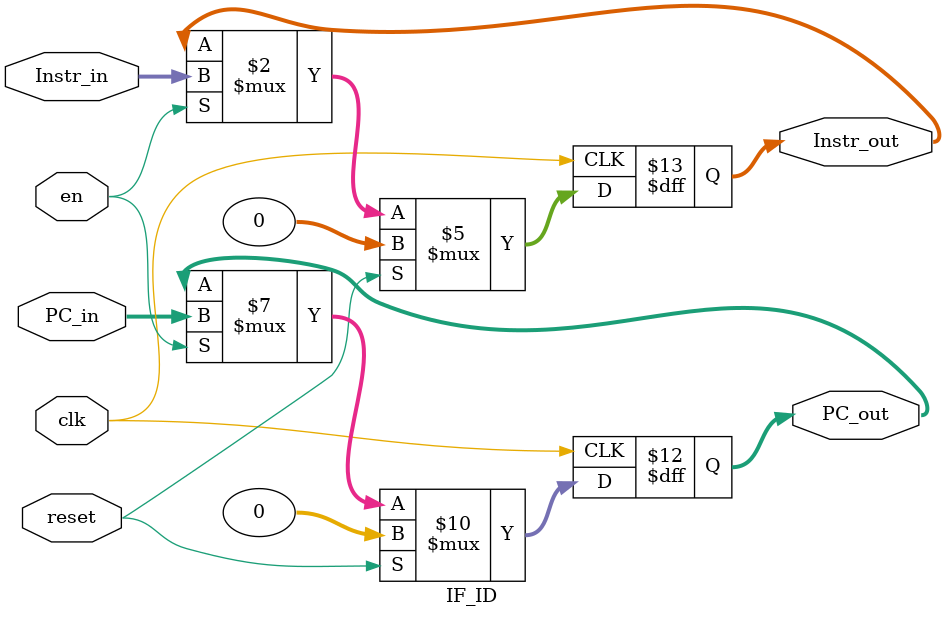
<source format=v>
`timescale 1ns / 1ps
module IF_ID(
    input [31:0] PC_in,
    input [31:0] Instr_in,
	 input reset,
    input clk,
	 input en,
    output reg[31:0] PC_out,
    output reg[31:0] Instr_out
    );

	always@(posedge clk) begin
		if(reset) begin
			PC_out<=0;
			Instr_out<=0;
		end
		else if(en) begin
			PC_out<=PC_in;
			Instr_out<=Instr_in;
		end
	end

endmodule

</source>
